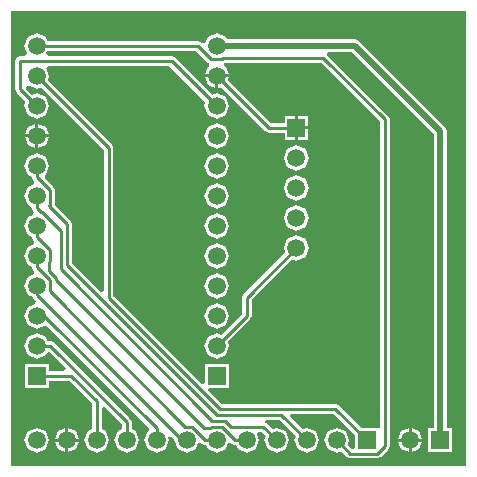
<source format=gtl>
%FSTAX23Y23*%
%MOIN*%
%SFA1B1*%

%IPPOS*%
%ADD10C,0.010000*%
%ADD11C,0.019685*%
%ADD12R,0.059055X0.059055*%
%ADD13C,0.059055*%
%ADD14R,0.059055X0.059055*%
%LNmcu_ecg_combine_board-1*%
%LPD*%
G36*
X03005Y01275D02*
X0149D01*
Y0279*
X03005*
Y01275*
G37*
%LNmcu_ecg_combine_board-2*%
%LPC*%
G36*
X0286Y01355D02*
X02825D01*
Y01319*
X0285Y01329*
X0286Y01355*
G37*
G36*
X0167Y014D02*
X01644Y0139D01*
X01634Y01365*
X0167*
Y014*
G37*
G36*
X01569Y02369D02*
X01534D01*
X01544Y02344*
X01569Y02334*
Y02369*
G37*
G36*
X02815Y01355D02*
X02779D01*
X02789Y01329*
X02815Y01319*
Y01355*
G37*
G36*
X02825Y014D02*
Y01365D01*
X0286*
X0285Y0139*
X02825Y014*
G37*
G36*
X01574Y01717D02*
X01544Y01705D01*
X01532Y01674*
X01544Y01644*
X01574Y01632*
X01605Y01644*
X01608Y01652*
X01617Y01654*
X01671Y016*
X01667Y01591*
X01614*
Y01614*
X01535*
Y01535*
X01614*
Y01558*
X01683*
X01758Y01483*
Y01396*
X01744Y0139*
X01732Y0136*
X01744Y01329*
X01775Y01317*
X01805Y01329*
X01817Y0136*
X01805Y0139*
X01791Y01396*
Y01467*
X018Y01471*
X01858Y01413*
Y01396*
X01844Y0139*
X01832Y0136*
X01844Y01329*
X01875Y01317*
X01905Y01329*
X01917Y0136*
X01905Y0139*
X01891Y01396*
Y0142*
X01886Y01431*
X01631Y01686*
X0162Y01691*
X0161*
X01605Y01705*
X01574Y01717*
G37*
G36*
X0168Y014D02*
Y01365D01*
X01715*
X01705Y0139*
X0168Y014*
G37*
G36*
X02815D02*
X02789Y0139D01*
X02779Y01365*
X02815*
Y014*
G37*
G36*
X01579Y02415D02*
Y02379D01*
X01615*
X01605Y02405*
X01579Y02415*
G37*
G36*
X01575Y01402D02*
X01544Y0139D01*
X01532Y0136*
X01544Y01329*
X01575Y01317*
X01605Y01329*
X01617Y0136*
X01605Y0139*
X01575Y01402*
G37*
G36*
X02174Y02717D02*
X02144Y02705D01*
X02136Y02685*
X02126Y02683*
X02123Y02686*
X02111Y02691*
X0161*
X01605Y02705*
X01574Y02717*
X01544Y02705*
X01532Y02674*
X01542Y02649*
X01536Y02641*
X0152*
X01508Y02636*
X01503Y02625*
Y02529*
X01508Y02518*
X01537Y02488*
X01532Y02474*
X01544Y02444*
X01574Y02432*
X01605Y02444*
X01617Y02474*
X01605Y02505*
X01574Y02517*
X0156Y02511*
X0154Y02532*
X01541Y02542*
X01544Y02544*
X01574Y02532*
X01588Y02537*
X01798Y02328*
Y01857*
X01789Y01853*
X01691Y01951*
Y02081*
X01686Y02093*
X01635Y02144*
X01635Y02146*
Y02193*
X0163Y02204*
X01601Y02234*
X01603Y02243*
X01605Y02244*
X01617Y02274*
X01605Y02305*
X01574Y02317*
X01544Y02305*
X01532Y02274*
X01544Y02244*
X01556Y02239*
X01558Y02237*
X01563Y02226*
X01566Y02223*
X01564Y02213*
X01544Y02205*
X01532Y02174*
X01544Y02144*
X01552Y02141*
X01558Y02135*
X01563Y02123*
X01564Y02122*
X01562Y02112*
X01544Y02105*
X01532Y02074*
X01544Y02044*
X01558Y02038*
Y02037*
X01563Y02026*
X01566Y02023*
X01564Y02013*
X01544Y02005*
X01532Y01974*
X01544Y01944*
X01558Y01938*
Y01937*
X01563Y01926*
X01566Y01923*
X01564Y01913*
X01544Y01905*
X01532Y01874*
X01544Y01844*
X01561Y01837*
X01563Y01833*
X01571Y01825*
X01569Y01815*
X01544Y01805*
X01532Y01774*
X01544Y01744*
X01574Y01732*
X01605Y01744*
X01607Y01744*
X0195Y01401*
X01948Y01391*
X01944Y0139*
X01932Y0136*
X01944Y01329*
X01975Y01317*
X02005Y01329*
X02017Y0136*
X02013Y01369*
X02022Y01374*
X02033Y01363*
X02032Y0136*
X02044Y01329*
X02075Y01317*
X02105Y01329*
X02113Y01349*
X02123Y01351*
X02126Y01348*
X02137Y01343*
X02138*
X02144Y01329*
X02175Y01317*
X02205Y01329*
X02213Y01349*
X02223Y01351*
X02226Y01348*
X02237Y01343*
X02238*
X02244Y01329*
X02275Y01317*
X02305Y01329*
X02317Y0136*
X02309Y0138*
X02313Y01387*
X02323Y01388*
X02338Y01374*
X02332Y0136*
X02344Y01329*
X02375Y01317*
X02405Y01329*
X02417Y0136*
X02405Y0139*
X02375Y01402*
X0236Y01396*
X02341Y01416*
X02336Y01418*
X02338Y01428*
X02383*
X02438Y01374*
X02432Y0136*
X02444Y01329*
X02475Y01317*
X02505Y01329*
X02517Y0136*
X02505Y0139*
X02475Y01402*
X0246Y01396*
X02418Y01439*
X02422Y01448*
X02563*
X02635Y01376*
Y01335*
X02626Y01331*
X02611Y01345*
X02617Y0136*
X02605Y0139*
X02575Y01402*
X02544Y0139*
X02532Y0136*
X02544Y01329*
X02575Y01317*
X02589Y01323*
X02608Y01303*
X02619Y01299*
X0271*
X02722Y01303*
X02746Y01328*
X02751Y01339*
Y0243*
X02746Y02441*
X02543Y02644*
X02547Y02653*
X02626*
X02898Y02381*
Y01399*
X0288*
Y0132*
X02959*
Y01399*
X02941*
Y0239*
X02935Y02405*
X0265Y0269*
X02635Y02696*
X02208*
X02205Y02705*
X02174Y02717*
G37*
G36*
X01569Y02415D02*
X01544Y02405D01*
X01534Y02379*
X01569*
Y02415*
G37*
G36*
X01615Y02369D02*
X01579D01*
Y02334*
X01605Y02344*
X01615Y02369*
G37*
G36*
X01715Y01355D02*
X0168D01*
Y01319*
X01705Y01329*
X01715Y01355*
G37*
G36*
X0167D02*
X01634D01*
X01644Y01329*
X0167Y01319*
Y01355*
G37*
%LNmcu_ecg_combine_board-3*%
%LPD*%
G36*
X02144Y02618D02*
D01*
X02149Y02617*
Y02607*
X02144Y02605*
X02134Y02579*
X02215*
X02205Y02605*
X022Y02607*
Y02617*
X02204Y02618*
X02523*
X02718Y02423*
Y01399*
X02714*
X02658*
X02581Y01476*
X0257Y01481*
X02191*
X02146Y01526*
X0215Y01535*
X02214*
Y01614*
X02135*
Y0155*
X02126Y01546*
X0183Y01842*
Y02335*
X01826Y02346*
X01611Y0256*
X01617Y02574*
X01606Y026*
X01612Y02608*
X02017*
X02137Y02488*
X02132Y02474*
X02144Y02444*
X02174Y02432*
X02205Y02444*
X02217Y02474*
X02205Y02505*
X02174Y02517*
X0216Y02511*
X02036Y02636*
X02024Y02641*
X01612*
X01607Y02649*
X0161Y02658*
X02105*
X02144Y02618*
G37*
%LNmcu_ecg_combine_board-4*%
%LPC*%
G36*
X02174Y01917D02*
X02144Y01905D01*
X02132Y01874*
X02144Y01844*
X02174Y01832*
X02205Y01844*
X02217Y01874*
X02205Y01905*
X02174Y01917*
G37*
G36*
Y01817D02*
X02144Y01805D01*
X02132Y01774*
X02144Y01744*
X02174Y01732*
X02205Y01744*
X02217Y01774*
X02205Y01805*
X02174Y01817*
G37*
G36*
X02215Y02569D02*
X02179D01*
Y02534*
X02188Y02537*
X02336Y0239*
X02348Y02385*
X02401*
Y02362*
X02435*
Y02401*
Y02441*
X02401*
Y02417*
X02354*
X02211Y0256*
X02215Y02569*
G37*
G36*
X02174Y02417D02*
X02144Y02405D01*
X02132Y02374*
X02144Y02344*
X02174Y02332*
X02205Y02344*
X02217Y02374*
X02205Y02405*
X02174Y02417*
G37*
G36*
X0244Y02344D02*
X0241Y02331D01*
X02398Y02301*
X0241Y02271*
X0244Y02258*
X02471Y02271*
X02483Y02301*
X02471Y02331*
X0244Y02344*
G37*
G36*
X02169Y02569D02*
X02134D01*
X02144Y02544*
X02169Y02534*
Y02569*
G37*
G36*
X0248Y02441D02*
X02445D01*
Y02406*
X0248*
Y02441*
G37*
G36*
Y02396D02*
X02445D01*
Y02362*
X0248*
Y02396*
G37*
G36*
X02174Y02317D02*
X02144Y02305D01*
X02132Y02274*
X02144Y02244*
X02174Y02232*
X02205Y02244*
X02217Y02274*
X02205Y02305*
X02174Y02317*
G37*
G36*
Y02117D02*
X02144Y02105D01*
X02132Y02074*
X02144Y02044*
X02174Y02032*
X02205Y02044*
X02217Y02074*
X02205Y02105*
X02174Y02117*
G37*
G36*
X0244Y02044D02*
X0241Y02031D01*
X02398Y02001*
X02403Y01987*
X02263Y01847*
X02258Y01835*
Y01781*
X02188Y01711*
X02174Y01717*
X02144Y01705*
X02132Y01674*
X02144Y01644*
X02174Y01632*
X02205Y01644*
X02217Y01674*
X02211Y01688*
X02286Y01763*
X02291Y01775*
Y01828*
X02426Y01964*
X0244Y01958*
X02471Y01971*
X02483Y02001*
X02471Y02031*
X0244Y02044*
G37*
G36*
X02174Y02017D02*
X02144Y02005D01*
X02132Y01974*
X02144Y01944*
X02174Y01932*
X02205Y01944*
X02217Y01974*
X02205Y02005*
X02174Y02017*
G37*
G36*
X0244Y02244D02*
X0241Y02231D01*
X02398Y02201*
X0241Y02171*
X0244Y02158*
X02471Y02171*
X02483Y02201*
X02471Y02231*
X0244Y02244*
G37*
G36*
X02174Y02217D02*
X02144Y02205D01*
X02132Y02174*
X02144Y02144*
X02174Y02132*
X02205Y02144*
X02217Y02174*
X02205Y02205*
X02174Y02217*
G37*
G36*
X0244Y02144D02*
X0241Y02131D01*
X02398Y02101*
X0241Y02071*
X0244Y02058*
X02471Y02071*
X02483Y02101*
X02471Y02131*
X0244Y02144*
G37*
%LNmcu_ecg_combine_board-5*%
%LPD*%
G54D10*
X02024Y02625D02*
X02174Y02474D01*
X0152Y02625D02*
X02024D01*
X0152Y02529D02*
Y02625D01*
Y02529D02*
X01574Y02474D01*
X02619Y01315D02*
X0271D01*
X02575Y0136D02*
X02619Y01315D01*
X0271D02*
X02735Y01339D01*
X02174Y02574D02*
X02348Y02401D01*
X0244*
X02174Y01674D02*
X02275Y01775D01*
Y01835*
X0244Y02001*
X02735Y01339D02*
Y0243D01*
X0253Y02635D02*
X02735Y0243D01*
X02197Y02635D02*
X0253D01*
X02193Y0263D02*
X02197Y02635D01*
X02156Y0263D02*
X02193D01*
X02111Y02674D02*
X02156Y0263D01*
X01574Y02674D02*
X02111D01*
X0257Y01465D02*
X02675Y0136D01*
X02185Y01465D02*
X0257D01*
X01814Y01835D02*
X02185Y01465D01*
X01814Y01835D02*
Y02335D01*
X01574Y02574D02*
X01814Y02335D01*
X0239Y01444D02*
X02475Y0136D01*
X02175Y01444D02*
X0239D01*
X01675Y01944D02*
X02175Y01444D01*
X01675Y01944D02*
Y02081D01*
X01615Y02141D02*
X01675Y02081D01*
X01615Y02141D02*
X01619Y02146D01*
Y02193*
X01574Y02237D02*
X01619Y02193D01*
X01574Y02237D02*
Y02274D01*
X01639Y01895D02*
X02132Y01402D01*
X02154*
X02193Y01404D02*
X02237Y0136D01*
X02221Y01405D02*
X0233D01*
X02201Y01424D02*
X02221Y01405D01*
X0216Y01424D02*
X02201D01*
X01655Y0193D02*
X0216Y01424D01*
X02156Y01404D02*
X02193D01*
X02154Y01402D02*
X02156Y01404D01*
X01655Y0193D02*
Y02057D01*
X01619Y01856D02*
Y01893D01*
X01574Y01937D02*
X01619Y01893D01*
X01639Y01895D02*
Y01901D01*
X01616Y01924D02*
X01639Y01901D01*
X01616Y01924D02*
Y01953D01*
X02093Y01404D02*
X02137Y0136D01*
X0207Y01404D02*
X02093D01*
X01618Y01856D02*
X0207Y01404D01*
X01618Y01856D02*
D01*
X01619Y01856*
X01574Y01937D02*
Y01974D01*
X02137Y0136D02*
X02175D01*
X01574Y02037D02*
X01619Y01993D01*
X01574Y02037D02*
Y02074D01*
X02237Y0136D02*
X02275D01*
X01616Y01953D02*
X01619Y01956D01*
Y01993*
X0233Y01405D02*
X02375Y0136D01*
X01593Y02119D02*
X01655Y02057D01*
X0159Y02119D02*
X01593D01*
X01574Y02135D02*
X0159Y02119D01*
X01574Y02135D02*
Y02174D01*
X0206Y0136D02*
X02075D01*
X01574Y01845D02*
X0206Y0136D01*
X01574Y01845D02*
Y01874D01*
X01975Y0136D02*
Y014D01*
X016Y01774D02*
X01975Y014D01*
X01574Y01774D02*
X016D01*
X01875Y0136D02*
Y0142D01*
X0162Y01674D02*
X01875Y0142D01*
X01574Y01674D02*
X0162D01*
X01775Y0136D02*
Y0149D01*
X0169Y01574D02*
X01775Y0149D01*
X01574Y01574D02*
X0169D01*
G54D11*
X0292Y0136D02*
Y0239D01*
X02635Y02674D02*
X0292Y0239D01*
X02174Y02674D02*
X02635D01*
G54D12*
X0292Y0136D03*
X02675D03*
G54D13*
X0282Y0136D03*
X01575D03*
X01675D03*
X01775D03*
X01875D03*
X01975D03*
X02075D03*
X02175D03*
X02275D03*
X02375D03*
X02475D03*
X02575D03*
X01574Y02674D03*
Y02574D03*
Y02474D03*
Y02374D03*
Y02274D03*
Y02174D03*
Y02074D03*
Y01974D03*
Y01874D03*
Y01774D03*
Y01674D03*
X0244Y02001D03*
Y02101D03*
Y02201D03*
Y02301D03*
X02174Y02674D03*
Y02574D03*
Y02474D03*
Y02374D03*
Y02274D03*
Y02174D03*
Y02074D03*
Y01974D03*
Y01874D03*
Y01774D03*
Y01674D03*
G54D14*
X01574Y01574D03*
X0244Y02401D03*
X02174Y01574D03*
M02*
</source>
